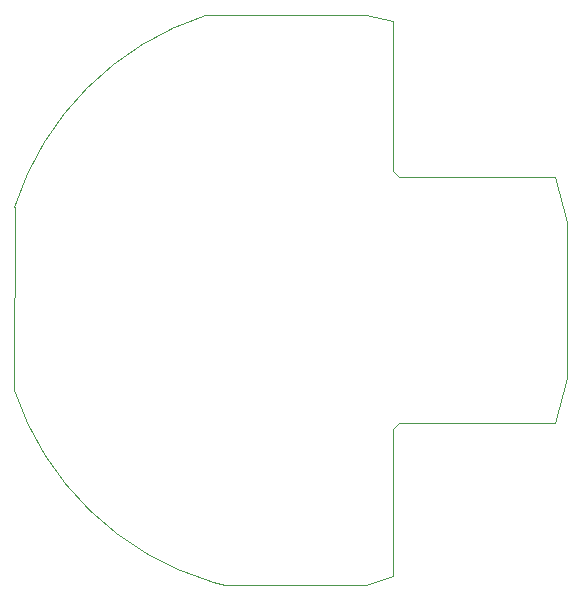
<source format=gbr>
%TF.GenerationSoftware,KiCad,Pcbnew,6.0.11-2627ca5db0~126~ubuntu22.04.1*%
%TF.CreationDate,2023-12-06T09:34:45+01:00*%
%TF.ProjectId,heatervalve-interface,68656174-6572-4766-916c-76652d696e74,A*%
%TF.SameCoordinates,Original*%
%TF.FileFunction,Profile,NP*%
%FSLAX46Y46*%
G04 Gerber Fmt 4.6, Leading zero omitted, Abs format (unit mm)*
G04 Created by KiCad (PCBNEW 6.0.11-2627ca5db0~126~ubuntu22.04.1) date 2023-12-06 09:34:45*
%MOMM*%
%LPD*%
G01*
G04 APERTURE LIST*
%TA.AperFunction,Profile*%
%ADD10C,0.100000*%
%TD*%
G04 APERTURE END LIST*
D10*
X132842000Y-77724001D02*
X119380000Y-77724000D01*
X103124000Y-93980000D02*
X103109383Y-109478821D01*
X132842000Y-77724001D02*
X135128000Y-78232000D01*
X135128000Y-78232000D02*
X135128000Y-90932000D01*
X132842000Y-125984000D02*
X135128000Y-125222000D01*
X135636000Y-91440000D02*
X148844000Y-91440000D01*
X135128000Y-112776000D02*
X135636000Y-112268000D01*
X135128000Y-90932000D02*
X135636000Y-91440000D01*
X120904000Y-125984000D02*
X132842000Y-125984000D01*
X119380000Y-77724000D02*
G75*
G03*
X103124000Y-93980000I7620000J-23876000D01*
G01*
X119888000Y-125729999D02*
X120904000Y-125984000D01*
X135636000Y-112268000D02*
X148844000Y-112268000D01*
X103109383Y-109478821D02*
G75*
G03*
X119888000Y-125729999I23890617J7878821D01*
G01*
X148844000Y-91440000D02*
X149860000Y-95241123D01*
X135128000Y-125222000D02*
X135128000Y-112776000D01*
X148844000Y-112268000D02*
X149860000Y-108458000D01*
X149860000Y-108458000D02*
X149860000Y-95241123D01*
M02*

</source>
